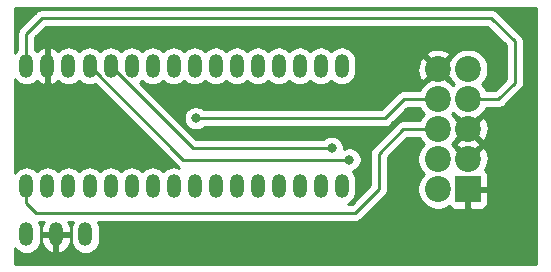
<source format=gbr>
%TF.GenerationSoftware,KiCad,Pcbnew,(5.1.7)-1*%
%TF.CreationDate,2020-11-17T20:53:12-06:00*%
%TF.ProjectId,ST72F264 Programming Interface,53543732-4632-4363-9420-50726f677261,rev?*%
%TF.SameCoordinates,Original*%
%TF.FileFunction,Copper,L1,Top*%
%TF.FilePolarity,Positive*%
%FSLAX46Y46*%
G04 Gerber Fmt 4.6, Leading zero omitted, Abs format (unit mm)*
G04 Created by KiCad (PCBNEW (5.1.7)-1) date 2020-11-17 20:53:12*
%MOMM*%
%LPD*%
G01*
G04 APERTURE LIST*
%TA.AperFunction,ComponentPad*%
%ADD10C,2.200000*%
%TD*%
%TA.AperFunction,ComponentPad*%
%ADD11R,2.200000X2.200000*%
%TD*%
%TA.AperFunction,ComponentPad*%
%ADD12O,1.200000X2.000000*%
%TD*%
%TA.AperFunction,ViaPad*%
%ADD13C,0.800000*%
%TD*%
%TA.AperFunction,Conductor*%
%ADD14C,0.250000*%
%TD*%
%TA.AperFunction,Conductor*%
%ADD15C,0.254000*%
%TD*%
%TA.AperFunction,Conductor*%
%ADD16C,0.100000*%
%TD*%
G04 APERTURE END LIST*
D10*
%TO.P,J1,9*%
%TO.N,OSC*%
X166040000Y-97340000D03*
%TO.P,J1,10*%
%TO.N,GND*%
X163500000Y-97340000D03*
%TO.P,J1,7*%
%TO.N,VDD*%
X166040000Y-99880000D03*
%TO.P,J1,8*%
%TO.N,ICCSEL*%
X163500000Y-99880000D03*
%TO.P,J1,5*%
%TO.N,GND*%
X166040000Y-102420000D03*
%TO.P,J1,6*%
%TO.N,~RESET*%
X163500000Y-102420000D03*
%TO.P,J1,3*%
%TO.N,GND*%
X166040000Y-104960000D03*
%TO.P,J1,4*%
%TO.N,ICCCLK*%
X163500000Y-104960000D03*
D11*
%TO.P,J1,1*%
%TO.N,GND*%
X166040000Y-107500000D03*
D10*
%TO.P,J1,2*%
%TO.N,ICCDATA*%
X163500000Y-107500000D03*
%TD*%
D12*
%TO.P,Y1,3*%
%TO.N,Net-(U1-Pad3)*%
X133660001Y-111340001D03*
%TO.P,Y1,2*%
%TO.N,GND*%
X131160001Y-111340001D03*
%TO.P,Y1,1*%
%TO.N,Net-(JP1-Pad2)*%
X128660001Y-111340001D03*
%TD*%
%TO.P,U1,16*%
%TO.N,N/C*%
X155360001Y-107220001D03*
%TO.P,U1,17*%
X155360001Y-97060001D03*
%TO.P,U1,15*%
X153580001Y-107220001D03*
%TO.P,U1,18*%
X153580001Y-97060001D03*
%TO.P,U1,14*%
X151800001Y-107220001D03*
%TO.P,U1,19*%
X151800001Y-97060001D03*
%TO.P,U1,13*%
X150020001Y-107220001D03*
%TO.P,U1,20*%
X150020001Y-97060001D03*
%TO.P,U1,12*%
X148240001Y-107220001D03*
%TO.P,U1,21*%
X148240001Y-97060001D03*
%TO.P,U1,11*%
X146460001Y-107220001D03*
%TO.P,U1,22*%
X146460001Y-97060001D03*
%TO.P,U1,10*%
X144680001Y-107220001D03*
%TO.P,U1,23*%
X144680001Y-97060001D03*
%TO.P,U1,9*%
X142900001Y-107220001D03*
%TO.P,U1,24*%
X142900001Y-97060001D03*
%TO.P,U1,8*%
X141120001Y-107220001D03*
%TO.P,U1,25*%
X141120001Y-97060001D03*
%TO.P,U1,7*%
X139340001Y-107220001D03*
%TO.P,U1,26*%
X139340001Y-97060001D03*
%TO.P,U1,6*%
X137560001Y-107220001D03*
%TO.P,U1,27*%
X137560001Y-97060001D03*
%TO.P,U1,5*%
X135780001Y-107220001D03*
%TO.P,U1,28*%
%TO.N,ICCDATA*%
X135780001Y-97060001D03*
%TO.P,U1,4*%
%TO.N,N/C*%
X134000001Y-107220001D03*
%TO.P,U1,29*%
%TO.N,ICCCLK*%
X134000001Y-97060001D03*
%TO.P,U1,3*%
%TO.N,Net-(U1-Pad3)*%
X132220001Y-107220001D03*
%TO.P,U1,30*%
%TO.N,ICCSEL*%
X132220001Y-97060001D03*
%TO.P,U1,2*%
%TO.N,Net-(JP1-Pad2)*%
X130440001Y-107220001D03*
%TO.P,U1,31*%
%TO.N,GND*%
X130440001Y-97060001D03*
%TO.P,U1,1*%
%TO.N,~RESET*%
X128660001Y-107220001D03*
%TO.P,U1,32*%
%TO.N,VDD*%
X128660001Y-97060001D03*
%TD*%
D13*
%TO.N,GND*%
X144500000Y-100000000D03*
X150500000Y-100000000D03*
X161000000Y-101000000D03*
X161000000Y-96000000D03*
X160000000Y-106000000D03*
%TO.N,ICCSEL*%
X143000000Y-101500000D03*
%TO.N,ICCCLK*%
X156000000Y-105000000D03*
%TO.N,ICCDATA*%
X154500000Y-104000000D03*
%TD*%
D14*
%TO.N,ICCSEL*%
X143000000Y-101500000D02*
X159000000Y-101500000D01*
X160620000Y-99880000D02*
X163500000Y-99880000D01*
X159000000Y-101500000D02*
X160620000Y-99880000D01*
%TO.N,VDD*%
X128660001Y-94339999D02*
X128660001Y-97060001D01*
X168000000Y-93000000D02*
X130000000Y-93000000D01*
X130000000Y-93000000D02*
X128660001Y-94339999D01*
X170000000Y-95000000D02*
X168000000Y-93000000D01*
X170000000Y-98500000D02*
X170000000Y-95000000D01*
X168620000Y-99880000D02*
X170000000Y-98500000D01*
X166040000Y-99880000D02*
X168620000Y-99880000D01*
%TO.N,~RESET*%
X128660001Y-107220001D02*
X128660001Y-108660001D01*
X128660001Y-108660001D02*
X129500000Y-109500000D01*
X129500000Y-109500000D02*
X156500000Y-109500000D01*
X156500000Y-109500000D02*
X158500000Y-107500000D01*
X158500000Y-107500000D02*
X158500000Y-104500000D01*
X160580000Y-102420000D02*
X163500000Y-102420000D01*
X158500000Y-104500000D02*
X160580000Y-102420000D01*
%TO.N,ICCCLK*%
X134000001Y-97060001D02*
X141940000Y-105000000D01*
X141940000Y-105000000D02*
X156000000Y-105000000D01*
%TO.N,ICCDATA*%
X135780001Y-97060001D02*
X142720000Y-104000000D01*
X142720000Y-104000000D02*
X154500000Y-104000000D01*
%TD*%
D15*
%TO.N,GND*%
X171840000Y-113840000D02*
X127660000Y-113840000D01*
X127660000Y-112468236D01*
X127782500Y-112617503D01*
X127970553Y-112771834D01*
X128185101Y-112886512D01*
X128417900Y-112957131D01*
X128660001Y-112980976D01*
X128902103Y-112957131D01*
X129134902Y-112886512D01*
X129349450Y-112771834D01*
X129537503Y-112617503D01*
X129691834Y-112429450D01*
X129806512Y-112214902D01*
X129877131Y-111982102D01*
X129895001Y-111800665D01*
X129895001Y-111467001D01*
X129925001Y-111467001D01*
X129925001Y-111867001D01*
X129973508Y-112105497D01*
X130067611Y-112329947D01*
X130203694Y-112531726D01*
X130376527Y-112703079D01*
X130579468Y-112837422D01*
X130804719Y-112929592D01*
X130842392Y-112933463D01*
X131033001Y-112808732D01*
X131033001Y-111467001D01*
X131287001Y-111467001D01*
X131287001Y-112808732D01*
X131477610Y-112933463D01*
X131515283Y-112929592D01*
X131740534Y-112837422D01*
X131943475Y-112703079D01*
X132116308Y-112531726D01*
X132252391Y-112329947D01*
X132346494Y-112105497D01*
X132395001Y-111867001D01*
X132395001Y-111467001D01*
X131287001Y-111467001D01*
X131033001Y-111467001D01*
X129925001Y-111467001D01*
X129895001Y-111467001D01*
X129895001Y-110879336D01*
X129877131Y-110697899D01*
X129806512Y-110465100D01*
X129696884Y-110260000D01*
X130128346Y-110260000D01*
X130067611Y-110350055D01*
X129973508Y-110574505D01*
X129925001Y-110813001D01*
X129925001Y-111213001D01*
X131033001Y-111213001D01*
X131033001Y-111193001D01*
X131287001Y-111193001D01*
X131287001Y-111213001D01*
X132395001Y-111213001D01*
X132395001Y-110813001D01*
X132346494Y-110574505D01*
X132252391Y-110350055D01*
X132191656Y-110260000D01*
X132623118Y-110260000D01*
X132513490Y-110465101D01*
X132442871Y-110697900D01*
X132425001Y-110879337D01*
X132425001Y-111800666D01*
X132442871Y-111982103D01*
X132513490Y-112214902D01*
X132628169Y-112429450D01*
X132782500Y-112617503D01*
X132970553Y-112771834D01*
X133185101Y-112886512D01*
X133417900Y-112957131D01*
X133660001Y-112980976D01*
X133902103Y-112957131D01*
X134134902Y-112886512D01*
X134349450Y-112771834D01*
X134537503Y-112617503D01*
X134691834Y-112429450D01*
X134806512Y-112214902D01*
X134877131Y-111982102D01*
X134895001Y-111800665D01*
X134895001Y-110879336D01*
X134877131Y-110697899D01*
X134806512Y-110465100D01*
X134696884Y-110260000D01*
X156462678Y-110260000D01*
X156500000Y-110263676D01*
X156537322Y-110260000D01*
X156537333Y-110260000D01*
X156648986Y-110249003D01*
X156792247Y-110205546D01*
X156924276Y-110134974D01*
X157040001Y-110040001D01*
X157063804Y-110010997D01*
X159011004Y-108063798D01*
X159040001Y-108040001D01*
X159110207Y-107954455D01*
X159134974Y-107924277D01*
X159205546Y-107792247D01*
X159239393Y-107680665D01*
X159249003Y-107648986D01*
X159260000Y-107537333D01*
X159260000Y-107537324D01*
X159263676Y-107500001D01*
X159260000Y-107462678D01*
X159260000Y-104814801D01*
X160894802Y-103180000D01*
X161936852Y-103180000D01*
X161962463Y-103241831D01*
X162152337Y-103525998D01*
X162316339Y-103690000D01*
X162152337Y-103854002D01*
X161962463Y-104138169D01*
X161831675Y-104453919D01*
X161765000Y-104789117D01*
X161765000Y-105130883D01*
X161831675Y-105466081D01*
X161962463Y-105781831D01*
X162152337Y-106065998D01*
X162316339Y-106230000D01*
X162152337Y-106394002D01*
X161962463Y-106678169D01*
X161831675Y-106993919D01*
X161765000Y-107329117D01*
X161765000Y-107670883D01*
X161831675Y-108006081D01*
X161962463Y-108321831D01*
X162152337Y-108605998D01*
X162394002Y-108847663D01*
X162678169Y-109037537D01*
X162993919Y-109168325D01*
X163329117Y-109235000D01*
X163670883Y-109235000D01*
X164006081Y-109168325D01*
X164321831Y-109037537D01*
X164422443Y-108970310D01*
X164488815Y-109051185D01*
X164585506Y-109130537D01*
X164695820Y-109189502D01*
X164815518Y-109225812D01*
X164940000Y-109238072D01*
X165754250Y-109235000D01*
X165913000Y-109076250D01*
X165913000Y-107627000D01*
X166167000Y-107627000D01*
X166167000Y-109076250D01*
X166325750Y-109235000D01*
X167140000Y-109238072D01*
X167264482Y-109225812D01*
X167384180Y-109189502D01*
X167494494Y-109130537D01*
X167591185Y-109051185D01*
X167670537Y-108954494D01*
X167729502Y-108844180D01*
X167765812Y-108724482D01*
X167778072Y-108600000D01*
X167775000Y-107785750D01*
X167616250Y-107627000D01*
X166167000Y-107627000D01*
X165913000Y-107627000D01*
X165893000Y-107627000D01*
X165893000Y-107373000D01*
X165913000Y-107373000D01*
X165913000Y-107353000D01*
X166167000Y-107353000D01*
X166167000Y-107373000D01*
X167616250Y-107373000D01*
X167775000Y-107214250D01*
X167778072Y-106400000D01*
X167765812Y-106275518D01*
X167729502Y-106155820D01*
X167670537Y-106045506D01*
X167591185Y-105948815D01*
X167511267Y-105883228D01*
X167521338Y-105879274D01*
X167672216Y-105572616D01*
X167760369Y-105242415D01*
X167782409Y-104901361D01*
X167737489Y-104562561D01*
X167627336Y-104239034D01*
X167521338Y-104040726D01*
X167246712Y-103932893D01*
X166219605Y-104960000D01*
X166233748Y-104974143D01*
X166054143Y-105153748D01*
X166040000Y-105139605D01*
X166025858Y-105153748D01*
X165846253Y-104974143D01*
X165860395Y-104960000D01*
X165035469Y-104135074D01*
X164847663Y-103854002D01*
X164683661Y-103690000D01*
X164746949Y-103626712D01*
X165012893Y-103626712D01*
X165037743Y-103690000D01*
X165012893Y-103753288D01*
X165094725Y-103835120D01*
X165120726Y-103901338D01*
X165199894Y-103940289D01*
X166040000Y-104780395D01*
X166872877Y-103947518D01*
X166959274Y-103901338D01*
X166985275Y-103835120D01*
X167067107Y-103753288D01*
X167042257Y-103690000D01*
X167067107Y-103626712D01*
X166985275Y-103544880D01*
X166959274Y-103478662D01*
X166880106Y-103439711D01*
X166040000Y-102599605D01*
X165207123Y-103432482D01*
X165120726Y-103478662D01*
X165094725Y-103544880D01*
X165012893Y-103626712D01*
X164746949Y-103626712D01*
X164847663Y-103525998D01*
X165035469Y-103244926D01*
X165860395Y-102420000D01*
X166219605Y-102420000D01*
X167246712Y-103447107D01*
X167521338Y-103339274D01*
X167672216Y-103032616D01*
X167760369Y-102702415D01*
X167782409Y-102361361D01*
X167737489Y-102022561D01*
X167627336Y-101699034D01*
X167521338Y-101500726D01*
X167246712Y-101392893D01*
X166219605Y-102420000D01*
X165860395Y-102420000D01*
X165035469Y-101595074D01*
X164847663Y-101314002D01*
X164683661Y-101150000D01*
X164770000Y-101063661D01*
X164934002Y-101227663D01*
X165215074Y-101415469D01*
X166040000Y-102240395D01*
X166864926Y-101415469D01*
X167145998Y-101227663D01*
X167387663Y-100985998D01*
X167577537Y-100701831D01*
X167603148Y-100640000D01*
X168582678Y-100640000D01*
X168620000Y-100643676D01*
X168657322Y-100640000D01*
X168657333Y-100640000D01*
X168768986Y-100629003D01*
X168912247Y-100585546D01*
X169044276Y-100514974D01*
X169160001Y-100420001D01*
X169183804Y-100390997D01*
X170511004Y-99063798D01*
X170540001Y-99040001D01*
X170634974Y-98924276D01*
X170705546Y-98792247D01*
X170749003Y-98648986D01*
X170760000Y-98537333D01*
X170760000Y-98537325D01*
X170763676Y-98500000D01*
X170760000Y-98462675D01*
X170760000Y-95037322D01*
X170763676Y-94999999D01*
X170760000Y-94962676D01*
X170760000Y-94962667D01*
X170749003Y-94851014D01*
X170705546Y-94707753D01*
X170665186Y-94632245D01*
X170634974Y-94575723D01*
X170563799Y-94488997D01*
X170540001Y-94459999D01*
X170511003Y-94436201D01*
X168563804Y-92489003D01*
X168540001Y-92459999D01*
X168424276Y-92365026D01*
X168292247Y-92294454D01*
X168148986Y-92250997D01*
X168037333Y-92240000D01*
X168037322Y-92240000D01*
X168000000Y-92236324D01*
X167962678Y-92240000D01*
X130037325Y-92240000D01*
X130000000Y-92236324D01*
X129962675Y-92240000D01*
X129962667Y-92240000D01*
X129851014Y-92250997D01*
X129707753Y-92294454D01*
X129575724Y-92365026D01*
X129459999Y-92459999D01*
X129436201Y-92488997D01*
X128149004Y-93776195D01*
X128120000Y-93799998D01*
X128064872Y-93867173D01*
X128025027Y-93915723D01*
X127954456Y-94047752D01*
X127954455Y-94047753D01*
X127910998Y-94191014D01*
X127900001Y-94302667D01*
X127900001Y-94302677D01*
X127896325Y-94339999D01*
X127900001Y-94377322D01*
X127900001Y-95686067D01*
X127782499Y-95782499D01*
X127660000Y-95931765D01*
X127660000Y-92160000D01*
X171840001Y-92160000D01*
X171840000Y-113840000D01*
%TA.AperFunction,Conductor*%
D16*
G36*
X171840000Y-113840000D02*
G01*
X127660000Y-113840000D01*
X127660000Y-112468236D01*
X127782500Y-112617503D01*
X127970553Y-112771834D01*
X128185101Y-112886512D01*
X128417900Y-112957131D01*
X128660001Y-112980976D01*
X128902103Y-112957131D01*
X129134902Y-112886512D01*
X129349450Y-112771834D01*
X129537503Y-112617503D01*
X129691834Y-112429450D01*
X129806512Y-112214902D01*
X129877131Y-111982102D01*
X129895001Y-111800665D01*
X129895001Y-111467001D01*
X129925001Y-111467001D01*
X129925001Y-111867001D01*
X129973508Y-112105497D01*
X130067611Y-112329947D01*
X130203694Y-112531726D01*
X130376527Y-112703079D01*
X130579468Y-112837422D01*
X130804719Y-112929592D01*
X130842392Y-112933463D01*
X131033001Y-112808732D01*
X131033001Y-111467001D01*
X131287001Y-111467001D01*
X131287001Y-112808732D01*
X131477610Y-112933463D01*
X131515283Y-112929592D01*
X131740534Y-112837422D01*
X131943475Y-112703079D01*
X132116308Y-112531726D01*
X132252391Y-112329947D01*
X132346494Y-112105497D01*
X132395001Y-111867001D01*
X132395001Y-111467001D01*
X131287001Y-111467001D01*
X131033001Y-111467001D01*
X129925001Y-111467001D01*
X129895001Y-111467001D01*
X129895001Y-110879336D01*
X129877131Y-110697899D01*
X129806512Y-110465100D01*
X129696884Y-110260000D01*
X130128346Y-110260000D01*
X130067611Y-110350055D01*
X129973508Y-110574505D01*
X129925001Y-110813001D01*
X129925001Y-111213001D01*
X131033001Y-111213001D01*
X131033001Y-111193001D01*
X131287001Y-111193001D01*
X131287001Y-111213001D01*
X132395001Y-111213001D01*
X132395001Y-110813001D01*
X132346494Y-110574505D01*
X132252391Y-110350055D01*
X132191656Y-110260000D01*
X132623118Y-110260000D01*
X132513490Y-110465101D01*
X132442871Y-110697900D01*
X132425001Y-110879337D01*
X132425001Y-111800666D01*
X132442871Y-111982103D01*
X132513490Y-112214902D01*
X132628169Y-112429450D01*
X132782500Y-112617503D01*
X132970553Y-112771834D01*
X133185101Y-112886512D01*
X133417900Y-112957131D01*
X133660001Y-112980976D01*
X133902103Y-112957131D01*
X134134902Y-112886512D01*
X134349450Y-112771834D01*
X134537503Y-112617503D01*
X134691834Y-112429450D01*
X134806512Y-112214902D01*
X134877131Y-111982102D01*
X134895001Y-111800665D01*
X134895001Y-110879336D01*
X134877131Y-110697899D01*
X134806512Y-110465100D01*
X134696884Y-110260000D01*
X156462678Y-110260000D01*
X156500000Y-110263676D01*
X156537322Y-110260000D01*
X156537333Y-110260000D01*
X156648986Y-110249003D01*
X156792247Y-110205546D01*
X156924276Y-110134974D01*
X157040001Y-110040001D01*
X157063804Y-110010997D01*
X159011004Y-108063798D01*
X159040001Y-108040001D01*
X159110207Y-107954455D01*
X159134974Y-107924277D01*
X159205546Y-107792247D01*
X159239393Y-107680665D01*
X159249003Y-107648986D01*
X159260000Y-107537333D01*
X159260000Y-107537324D01*
X159263676Y-107500001D01*
X159260000Y-107462678D01*
X159260000Y-104814801D01*
X160894802Y-103180000D01*
X161936852Y-103180000D01*
X161962463Y-103241831D01*
X162152337Y-103525998D01*
X162316339Y-103690000D01*
X162152337Y-103854002D01*
X161962463Y-104138169D01*
X161831675Y-104453919D01*
X161765000Y-104789117D01*
X161765000Y-105130883D01*
X161831675Y-105466081D01*
X161962463Y-105781831D01*
X162152337Y-106065998D01*
X162316339Y-106230000D01*
X162152337Y-106394002D01*
X161962463Y-106678169D01*
X161831675Y-106993919D01*
X161765000Y-107329117D01*
X161765000Y-107670883D01*
X161831675Y-108006081D01*
X161962463Y-108321831D01*
X162152337Y-108605998D01*
X162394002Y-108847663D01*
X162678169Y-109037537D01*
X162993919Y-109168325D01*
X163329117Y-109235000D01*
X163670883Y-109235000D01*
X164006081Y-109168325D01*
X164321831Y-109037537D01*
X164422443Y-108970310D01*
X164488815Y-109051185D01*
X164585506Y-109130537D01*
X164695820Y-109189502D01*
X164815518Y-109225812D01*
X164940000Y-109238072D01*
X165754250Y-109235000D01*
X165913000Y-109076250D01*
X165913000Y-107627000D01*
X166167000Y-107627000D01*
X166167000Y-109076250D01*
X166325750Y-109235000D01*
X167140000Y-109238072D01*
X167264482Y-109225812D01*
X167384180Y-109189502D01*
X167494494Y-109130537D01*
X167591185Y-109051185D01*
X167670537Y-108954494D01*
X167729502Y-108844180D01*
X167765812Y-108724482D01*
X167778072Y-108600000D01*
X167775000Y-107785750D01*
X167616250Y-107627000D01*
X166167000Y-107627000D01*
X165913000Y-107627000D01*
X165893000Y-107627000D01*
X165893000Y-107373000D01*
X165913000Y-107373000D01*
X165913000Y-107353000D01*
X166167000Y-107353000D01*
X166167000Y-107373000D01*
X167616250Y-107373000D01*
X167775000Y-107214250D01*
X167778072Y-106400000D01*
X167765812Y-106275518D01*
X167729502Y-106155820D01*
X167670537Y-106045506D01*
X167591185Y-105948815D01*
X167511267Y-105883228D01*
X167521338Y-105879274D01*
X167672216Y-105572616D01*
X167760369Y-105242415D01*
X167782409Y-104901361D01*
X167737489Y-104562561D01*
X167627336Y-104239034D01*
X167521338Y-104040726D01*
X167246712Y-103932893D01*
X166219605Y-104960000D01*
X166233748Y-104974143D01*
X166054143Y-105153748D01*
X166040000Y-105139605D01*
X166025858Y-105153748D01*
X165846253Y-104974143D01*
X165860395Y-104960000D01*
X165035469Y-104135074D01*
X164847663Y-103854002D01*
X164683661Y-103690000D01*
X164746949Y-103626712D01*
X165012893Y-103626712D01*
X165037743Y-103690000D01*
X165012893Y-103753288D01*
X165094725Y-103835120D01*
X165120726Y-103901338D01*
X165199894Y-103940289D01*
X166040000Y-104780395D01*
X166872877Y-103947518D01*
X166959274Y-103901338D01*
X166985275Y-103835120D01*
X167067107Y-103753288D01*
X167042257Y-103690000D01*
X167067107Y-103626712D01*
X166985275Y-103544880D01*
X166959274Y-103478662D01*
X166880106Y-103439711D01*
X166040000Y-102599605D01*
X165207123Y-103432482D01*
X165120726Y-103478662D01*
X165094725Y-103544880D01*
X165012893Y-103626712D01*
X164746949Y-103626712D01*
X164847663Y-103525998D01*
X165035469Y-103244926D01*
X165860395Y-102420000D01*
X166219605Y-102420000D01*
X167246712Y-103447107D01*
X167521338Y-103339274D01*
X167672216Y-103032616D01*
X167760369Y-102702415D01*
X167782409Y-102361361D01*
X167737489Y-102022561D01*
X167627336Y-101699034D01*
X167521338Y-101500726D01*
X167246712Y-101392893D01*
X166219605Y-102420000D01*
X165860395Y-102420000D01*
X165035469Y-101595074D01*
X164847663Y-101314002D01*
X164683661Y-101150000D01*
X164770000Y-101063661D01*
X164934002Y-101227663D01*
X165215074Y-101415469D01*
X166040000Y-102240395D01*
X166864926Y-101415469D01*
X167145998Y-101227663D01*
X167387663Y-100985998D01*
X167577537Y-100701831D01*
X167603148Y-100640000D01*
X168582678Y-100640000D01*
X168620000Y-100643676D01*
X168657322Y-100640000D01*
X168657333Y-100640000D01*
X168768986Y-100629003D01*
X168912247Y-100585546D01*
X169044276Y-100514974D01*
X169160001Y-100420001D01*
X169183804Y-100390997D01*
X170511004Y-99063798D01*
X170540001Y-99040001D01*
X170634974Y-98924276D01*
X170705546Y-98792247D01*
X170749003Y-98648986D01*
X170760000Y-98537333D01*
X170760000Y-98537325D01*
X170763676Y-98500000D01*
X170760000Y-98462675D01*
X170760000Y-95037322D01*
X170763676Y-94999999D01*
X170760000Y-94962676D01*
X170760000Y-94962667D01*
X170749003Y-94851014D01*
X170705546Y-94707753D01*
X170665186Y-94632245D01*
X170634974Y-94575723D01*
X170563799Y-94488997D01*
X170540001Y-94459999D01*
X170511003Y-94436201D01*
X168563804Y-92489003D01*
X168540001Y-92459999D01*
X168424276Y-92365026D01*
X168292247Y-92294454D01*
X168148986Y-92250997D01*
X168037333Y-92240000D01*
X168037322Y-92240000D01*
X168000000Y-92236324D01*
X167962678Y-92240000D01*
X130037325Y-92240000D01*
X130000000Y-92236324D01*
X129962675Y-92240000D01*
X129962667Y-92240000D01*
X129851014Y-92250997D01*
X129707753Y-92294454D01*
X129575724Y-92365026D01*
X129459999Y-92459999D01*
X129436201Y-92488997D01*
X128149004Y-93776195D01*
X128120000Y-93799998D01*
X128064872Y-93867173D01*
X128025027Y-93915723D01*
X127954456Y-94047752D01*
X127954455Y-94047753D01*
X127910998Y-94191014D01*
X127900001Y-94302667D01*
X127900001Y-94302677D01*
X127896325Y-94339999D01*
X127900001Y-94377322D01*
X127900001Y-95686067D01*
X127782499Y-95782499D01*
X127660000Y-95931765D01*
X127660000Y-92160000D01*
X171840001Y-92160000D01*
X171840000Y-113840000D01*
G37*
%TD.AperFunction*%
D15*
X169240001Y-95314803D02*
X169240000Y-98185198D01*
X168305199Y-99120000D01*
X167603148Y-99120000D01*
X167577537Y-99058169D01*
X167387663Y-98774002D01*
X167223661Y-98610000D01*
X167387663Y-98445998D01*
X167577537Y-98161831D01*
X167708325Y-97846081D01*
X167775000Y-97510883D01*
X167775000Y-97169117D01*
X167708325Y-96833919D01*
X167577537Y-96518169D01*
X167387663Y-96234002D01*
X167145998Y-95992337D01*
X166861831Y-95802463D01*
X166546081Y-95671675D01*
X166210883Y-95605000D01*
X165869117Y-95605000D01*
X165533919Y-95671675D01*
X165218169Y-95802463D01*
X164934002Y-95992337D01*
X164692337Y-96234002D01*
X164504531Y-96515074D01*
X163679605Y-97340000D01*
X164504531Y-98164926D01*
X164692337Y-98445998D01*
X164856339Y-98610000D01*
X164770000Y-98696339D01*
X164605998Y-98532337D01*
X164324926Y-98344531D01*
X163500000Y-97519605D01*
X162675074Y-98344531D01*
X162394002Y-98532337D01*
X162152337Y-98774002D01*
X161962463Y-99058169D01*
X161936852Y-99120000D01*
X160657323Y-99120000D01*
X160620000Y-99116324D01*
X160582677Y-99120000D01*
X160582667Y-99120000D01*
X160471014Y-99130997D01*
X160327753Y-99174454D01*
X160195723Y-99245026D01*
X160112083Y-99313668D01*
X160079999Y-99339999D01*
X160056201Y-99368997D01*
X158685199Y-100740000D01*
X143703711Y-100740000D01*
X143659774Y-100696063D01*
X143490256Y-100582795D01*
X143301898Y-100504774D01*
X143101939Y-100465000D01*
X142898061Y-100465000D01*
X142698102Y-100504774D01*
X142509744Y-100582795D01*
X142340226Y-100696063D01*
X142196063Y-100840226D01*
X142082795Y-101009744D01*
X142004774Y-101198102D01*
X141965000Y-101398061D01*
X141965000Y-101601939D01*
X142004774Y-101801898D01*
X142082795Y-101990256D01*
X142196063Y-102159774D01*
X142340226Y-102303937D01*
X142509744Y-102417205D01*
X142698102Y-102495226D01*
X142898061Y-102535000D01*
X143101939Y-102535000D01*
X143301898Y-102495226D01*
X143490256Y-102417205D01*
X143659774Y-102303937D01*
X143703711Y-102260000D01*
X158962678Y-102260000D01*
X159000000Y-102263676D01*
X159037322Y-102260000D01*
X159037333Y-102260000D01*
X159148986Y-102249003D01*
X159292247Y-102205546D01*
X159424276Y-102134974D01*
X159540001Y-102040001D01*
X159563804Y-102010997D01*
X160934802Y-100640000D01*
X161936852Y-100640000D01*
X161962463Y-100701831D01*
X162152337Y-100985998D01*
X162316339Y-101150000D01*
X162152337Y-101314002D01*
X161962463Y-101598169D01*
X161936852Y-101660000D01*
X160617322Y-101660000D01*
X160579999Y-101656324D01*
X160542676Y-101660000D01*
X160542667Y-101660000D01*
X160431014Y-101670997D01*
X160287753Y-101714454D01*
X160155724Y-101785026D01*
X160039999Y-101879999D01*
X160016201Y-101908997D01*
X157988998Y-103936201D01*
X157960000Y-103959999D01*
X157936202Y-103988997D01*
X157936201Y-103988998D01*
X157865026Y-104075724D01*
X157794454Y-104207754D01*
X157784966Y-104239034D01*
X157754271Y-104340226D01*
X157750998Y-104351015D01*
X157736324Y-104500000D01*
X157740001Y-104537332D01*
X157740000Y-107185198D01*
X156185199Y-108740000D01*
X155884503Y-108740000D01*
X156049450Y-108651834D01*
X156237503Y-108497503D01*
X156391834Y-108309450D01*
X156506512Y-108094902D01*
X156577131Y-107862102D01*
X156595001Y-107680665D01*
X156595001Y-106759336D01*
X156577131Y-106577899D01*
X156506512Y-106345100D01*
X156391834Y-106130552D01*
X156283739Y-105998838D01*
X156301898Y-105995226D01*
X156490256Y-105917205D01*
X156659774Y-105803937D01*
X156803937Y-105659774D01*
X156917205Y-105490256D01*
X156995226Y-105301898D01*
X157035000Y-105101939D01*
X157035000Y-104898061D01*
X156995226Y-104698102D01*
X156917205Y-104509744D01*
X156803937Y-104340226D01*
X156659774Y-104196063D01*
X156490256Y-104082795D01*
X156301898Y-104004774D01*
X156101939Y-103965000D01*
X155898061Y-103965000D01*
X155698102Y-104004774D01*
X155535000Y-104072334D01*
X155535000Y-103898061D01*
X155495226Y-103698102D01*
X155417205Y-103509744D01*
X155303937Y-103340226D01*
X155159774Y-103196063D01*
X154990256Y-103082795D01*
X154801898Y-103004774D01*
X154601939Y-102965000D01*
X154398061Y-102965000D01*
X154198102Y-103004774D01*
X154009744Y-103082795D01*
X153840226Y-103196063D01*
X153796289Y-103240000D01*
X143034802Y-103240000D01*
X138269874Y-98475073D01*
X138437503Y-98337503D01*
X138450002Y-98322274D01*
X138462500Y-98337503D01*
X138650553Y-98491834D01*
X138865101Y-98606512D01*
X139097900Y-98677131D01*
X139340001Y-98700976D01*
X139582103Y-98677131D01*
X139814902Y-98606512D01*
X140029450Y-98491834D01*
X140217503Y-98337503D01*
X140230002Y-98322274D01*
X140242500Y-98337503D01*
X140430553Y-98491834D01*
X140645101Y-98606512D01*
X140877900Y-98677131D01*
X141120001Y-98700976D01*
X141362103Y-98677131D01*
X141594902Y-98606512D01*
X141809450Y-98491834D01*
X141997503Y-98337503D01*
X142010002Y-98322274D01*
X142022500Y-98337503D01*
X142210553Y-98491834D01*
X142425101Y-98606512D01*
X142657900Y-98677131D01*
X142900001Y-98700976D01*
X143142103Y-98677131D01*
X143374902Y-98606512D01*
X143589450Y-98491834D01*
X143777503Y-98337503D01*
X143790002Y-98322274D01*
X143802500Y-98337503D01*
X143990553Y-98491834D01*
X144205101Y-98606512D01*
X144437900Y-98677131D01*
X144680001Y-98700976D01*
X144922103Y-98677131D01*
X145154902Y-98606512D01*
X145369450Y-98491834D01*
X145557503Y-98337503D01*
X145570002Y-98322274D01*
X145582500Y-98337503D01*
X145770553Y-98491834D01*
X145985101Y-98606512D01*
X146217900Y-98677131D01*
X146460001Y-98700976D01*
X146702103Y-98677131D01*
X146934902Y-98606512D01*
X147149450Y-98491834D01*
X147337503Y-98337503D01*
X147350002Y-98322274D01*
X147362500Y-98337503D01*
X147550553Y-98491834D01*
X147765101Y-98606512D01*
X147997900Y-98677131D01*
X148240001Y-98700976D01*
X148482103Y-98677131D01*
X148714902Y-98606512D01*
X148929450Y-98491834D01*
X149117503Y-98337503D01*
X149130002Y-98322274D01*
X149142500Y-98337503D01*
X149330553Y-98491834D01*
X149545101Y-98606512D01*
X149777900Y-98677131D01*
X150020001Y-98700976D01*
X150262103Y-98677131D01*
X150494902Y-98606512D01*
X150709450Y-98491834D01*
X150897503Y-98337503D01*
X150910002Y-98322274D01*
X150922500Y-98337503D01*
X151110553Y-98491834D01*
X151325101Y-98606512D01*
X151557900Y-98677131D01*
X151800001Y-98700976D01*
X152042103Y-98677131D01*
X152274902Y-98606512D01*
X152489450Y-98491834D01*
X152677503Y-98337503D01*
X152690002Y-98322274D01*
X152702500Y-98337503D01*
X152890553Y-98491834D01*
X153105101Y-98606512D01*
X153337900Y-98677131D01*
X153580001Y-98700976D01*
X153822103Y-98677131D01*
X154054902Y-98606512D01*
X154269450Y-98491834D01*
X154457503Y-98337503D01*
X154470002Y-98322274D01*
X154482500Y-98337503D01*
X154670553Y-98491834D01*
X154885101Y-98606512D01*
X155117900Y-98677131D01*
X155360001Y-98700976D01*
X155602103Y-98677131D01*
X155834902Y-98606512D01*
X156049450Y-98491834D01*
X156237503Y-98337503D01*
X156391834Y-98149450D01*
X156506512Y-97934902D01*
X156577131Y-97702102D01*
X156595001Y-97520665D01*
X156595001Y-97398639D01*
X161757591Y-97398639D01*
X161802511Y-97737439D01*
X161912664Y-98060966D01*
X162018662Y-98259274D01*
X162293288Y-98367107D01*
X163320395Y-97340000D01*
X162293288Y-96312893D01*
X162018662Y-96420726D01*
X161867784Y-96727384D01*
X161779631Y-97057585D01*
X161757591Y-97398639D01*
X156595001Y-97398639D01*
X156595001Y-96599336D01*
X156577131Y-96417899D01*
X156506512Y-96185100D01*
X156478818Y-96133288D01*
X162472893Y-96133288D01*
X163500000Y-97160395D01*
X164527107Y-96133288D01*
X164419274Y-95858662D01*
X164112616Y-95707784D01*
X163782415Y-95619631D01*
X163441361Y-95597591D01*
X163102561Y-95642511D01*
X162779034Y-95752664D01*
X162580726Y-95858662D01*
X162472893Y-96133288D01*
X156478818Y-96133288D01*
X156391834Y-95970552D01*
X156237503Y-95782499D01*
X156049449Y-95628168D01*
X155834901Y-95513490D01*
X155602102Y-95442871D01*
X155360001Y-95419026D01*
X155117899Y-95442871D01*
X154885100Y-95513490D01*
X154670552Y-95628168D01*
X154482499Y-95782499D01*
X154470001Y-95797728D01*
X154457503Y-95782499D01*
X154269449Y-95628168D01*
X154054901Y-95513490D01*
X153822102Y-95442871D01*
X153580001Y-95419026D01*
X153337899Y-95442871D01*
X153105100Y-95513490D01*
X152890552Y-95628168D01*
X152702499Y-95782499D01*
X152690001Y-95797728D01*
X152677503Y-95782499D01*
X152489449Y-95628168D01*
X152274901Y-95513490D01*
X152042102Y-95442871D01*
X151800001Y-95419026D01*
X151557899Y-95442871D01*
X151325100Y-95513490D01*
X151110552Y-95628168D01*
X150922499Y-95782499D01*
X150910001Y-95797728D01*
X150897503Y-95782499D01*
X150709449Y-95628168D01*
X150494901Y-95513490D01*
X150262102Y-95442871D01*
X150020001Y-95419026D01*
X149777899Y-95442871D01*
X149545100Y-95513490D01*
X149330552Y-95628168D01*
X149142499Y-95782499D01*
X149130001Y-95797728D01*
X149117503Y-95782499D01*
X148929449Y-95628168D01*
X148714901Y-95513490D01*
X148482102Y-95442871D01*
X148240001Y-95419026D01*
X147997899Y-95442871D01*
X147765100Y-95513490D01*
X147550552Y-95628168D01*
X147362499Y-95782499D01*
X147350001Y-95797728D01*
X147337503Y-95782499D01*
X147149449Y-95628168D01*
X146934901Y-95513490D01*
X146702102Y-95442871D01*
X146460001Y-95419026D01*
X146217899Y-95442871D01*
X145985100Y-95513490D01*
X145770552Y-95628168D01*
X145582499Y-95782499D01*
X145570001Y-95797728D01*
X145557503Y-95782499D01*
X145369449Y-95628168D01*
X145154901Y-95513490D01*
X144922102Y-95442871D01*
X144680001Y-95419026D01*
X144437899Y-95442871D01*
X144205100Y-95513490D01*
X143990552Y-95628168D01*
X143802499Y-95782499D01*
X143790001Y-95797728D01*
X143777503Y-95782499D01*
X143589449Y-95628168D01*
X143374901Y-95513490D01*
X143142102Y-95442871D01*
X142900001Y-95419026D01*
X142657899Y-95442871D01*
X142425100Y-95513490D01*
X142210552Y-95628168D01*
X142022499Y-95782499D01*
X142010001Y-95797728D01*
X141997503Y-95782499D01*
X141809449Y-95628168D01*
X141594901Y-95513490D01*
X141362102Y-95442871D01*
X141120001Y-95419026D01*
X140877899Y-95442871D01*
X140645100Y-95513490D01*
X140430552Y-95628168D01*
X140242499Y-95782499D01*
X140230001Y-95797728D01*
X140217503Y-95782499D01*
X140029449Y-95628168D01*
X139814901Y-95513490D01*
X139582102Y-95442871D01*
X139340001Y-95419026D01*
X139097899Y-95442871D01*
X138865100Y-95513490D01*
X138650552Y-95628168D01*
X138462499Y-95782499D01*
X138450001Y-95797728D01*
X138437503Y-95782499D01*
X138249449Y-95628168D01*
X138034901Y-95513490D01*
X137802102Y-95442871D01*
X137560001Y-95419026D01*
X137317899Y-95442871D01*
X137085100Y-95513490D01*
X136870552Y-95628168D01*
X136682499Y-95782499D01*
X136670001Y-95797728D01*
X136657503Y-95782499D01*
X136469449Y-95628168D01*
X136254901Y-95513490D01*
X136022102Y-95442871D01*
X135780001Y-95419026D01*
X135537899Y-95442871D01*
X135305100Y-95513490D01*
X135090552Y-95628168D01*
X134902499Y-95782499D01*
X134890001Y-95797728D01*
X134877503Y-95782499D01*
X134689449Y-95628168D01*
X134474901Y-95513490D01*
X134242102Y-95442871D01*
X134000001Y-95419026D01*
X133757899Y-95442871D01*
X133525100Y-95513490D01*
X133310552Y-95628168D01*
X133122499Y-95782499D01*
X133110001Y-95797728D01*
X133097503Y-95782499D01*
X132909449Y-95628168D01*
X132694901Y-95513490D01*
X132462102Y-95442871D01*
X132220001Y-95419026D01*
X131977899Y-95442871D01*
X131745100Y-95513490D01*
X131530552Y-95628168D01*
X131342499Y-95782499D01*
X131327825Y-95800379D01*
X131223475Y-95696923D01*
X131020534Y-95562580D01*
X130795283Y-95470410D01*
X130757610Y-95466539D01*
X130567001Y-95591270D01*
X130567001Y-96933001D01*
X130587001Y-96933001D01*
X130587001Y-97187001D01*
X130567001Y-97187001D01*
X130567001Y-98528732D01*
X130757610Y-98653463D01*
X130795283Y-98649592D01*
X131020534Y-98557422D01*
X131223475Y-98423079D01*
X131327826Y-98319622D01*
X131342500Y-98337503D01*
X131530553Y-98491834D01*
X131745101Y-98606512D01*
X131977900Y-98677131D01*
X132220001Y-98700976D01*
X132462103Y-98677131D01*
X132694902Y-98606512D01*
X132909450Y-98491834D01*
X133097503Y-98337503D01*
X133110002Y-98322274D01*
X133122500Y-98337503D01*
X133310553Y-98491834D01*
X133525101Y-98606512D01*
X133757900Y-98677131D01*
X134000001Y-98700976D01*
X134242103Y-98677131D01*
X134472454Y-98607255D01*
X141376201Y-105511003D01*
X141399999Y-105540001D01*
X141515724Y-105634974D01*
X141578439Y-105668496D01*
X141362102Y-105602871D01*
X141120001Y-105579026D01*
X140877899Y-105602871D01*
X140645100Y-105673490D01*
X140430552Y-105788168D01*
X140242499Y-105942499D01*
X140230001Y-105957728D01*
X140217503Y-105942499D01*
X140029449Y-105788168D01*
X139814901Y-105673490D01*
X139582102Y-105602871D01*
X139340001Y-105579026D01*
X139097899Y-105602871D01*
X138865100Y-105673490D01*
X138650552Y-105788168D01*
X138462499Y-105942499D01*
X138450001Y-105957728D01*
X138437503Y-105942499D01*
X138249449Y-105788168D01*
X138034901Y-105673490D01*
X137802102Y-105602871D01*
X137560001Y-105579026D01*
X137317899Y-105602871D01*
X137085100Y-105673490D01*
X136870552Y-105788168D01*
X136682499Y-105942499D01*
X136670001Y-105957728D01*
X136657503Y-105942499D01*
X136469449Y-105788168D01*
X136254901Y-105673490D01*
X136022102Y-105602871D01*
X135780001Y-105579026D01*
X135537899Y-105602871D01*
X135305100Y-105673490D01*
X135090552Y-105788168D01*
X134902499Y-105942499D01*
X134890001Y-105957728D01*
X134877503Y-105942499D01*
X134689449Y-105788168D01*
X134474901Y-105673490D01*
X134242102Y-105602871D01*
X134000001Y-105579026D01*
X133757899Y-105602871D01*
X133525100Y-105673490D01*
X133310552Y-105788168D01*
X133122499Y-105942499D01*
X133110001Y-105957728D01*
X133097503Y-105942499D01*
X132909449Y-105788168D01*
X132694901Y-105673490D01*
X132462102Y-105602871D01*
X132220001Y-105579026D01*
X131977899Y-105602871D01*
X131745100Y-105673490D01*
X131530552Y-105788168D01*
X131342499Y-105942499D01*
X131330001Y-105957728D01*
X131317503Y-105942499D01*
X131129449Y-105788168D01*
X130914901Y-105673490D01*
X130682102Y-105602871D01*
X130440001Y-105579026D01*
X130197899Y-105602871D01*
X129965100Y-105673490D01*
X129750552Y-105788168D01*
X129562499Y-105942499D01*
X129550001Y-105957728D01*
X129537503Y-105942499D01*
X129349449Y-105788168D01*
X129134901Y-105673490D01*
X128902102Y-105602871D01*
X128660001Y-105579026D01*
X128417899Y-105602871D01*
X128185100Y-105673490D01*
X127970552Y-105788168D01*
X127782499Y-105942499D01*
X127660000Y-106091765D01*
X127660000Y-98188236D01*
X127782500Y-98337503D01*
X127970553Y-98491834D01*
X128185101Y-98606512D01*
X128417900Y-98677131D01*
X128660001Y-98700976D01*
X128902103Y-98677131D01*
X129134902Y-98606512D01*
X129349450Y-98491834D01*
X129537503Y-98337503D01*
X129552177Y-98319623D01*
X129656527Y-98423079D01*
X129859468Y-98557422D01*
X130084719Y-98649592D01*
X130122392Y-98653463D01*
X130313001Y-98528732D01*
X130313001Y-97187001D01*
X130293001Y-97187001D01*
X130293001Y-96933001D01*
X130313001Y-96933001D01*
X130313001Y-95591270D01*
X130122392Y-95466539D01*
X130084719Y-95470410D01*
X129859468Y-95562580D01*
X129656527Y-95696923D01*
X129552177Y-95800379D01*
X129537503Y-95782499D01*
X129420001Y-95686068D01*
X129420001Y-94654800D01*
X130314802Y-93760000D01*
X167685199Y-93760000D01*
X169240001Y-95314803D01*
%TA.AperFunction,Conductor*%
D16*
G36*
X169240001Y-95314803D02*
G01*
X169240000Y-98185198D01*
X168305199Y-99120000D01*
X167603148Y-99120000D01*
X167577537Y-99058169D01*
X167387663Y-98774002D01*
X167223661Y-98610000D01*
X167387663Y-98445998D01*
X167577537Y-98161831D01*
X167708325Y-97846081D01*
X167775000Y-97510883D01*
X167775000Y-97169117D01*
X167708325Y-96833919D01*
X167577537Y-96518169D01*
X167387663Y-96234002D01*
X167145998Y-95992337D01*
X166861831Y-95802463D01*
X166546081Y-95671675D01*
X166210883Y-95605000D01*
X165869117Y-95605000D01*
X165533919Y-95671675D01*
X165218169Y-95802463D01*
X164934002Y-95992337D01*
X164692337Y-96234002D01*
X164504531Y-96515074D01*
X163679605Y-97340000D01*
X164504531Y-98164926D01*
X164692337Y-98445998D01*
X164856339Y-98610000D01*
X164770000Y-98696339D01*
X164605998Y-98532337D01*
X164324926Y-98344531D01*
X163500000Y-97519605D01*
X162675074Y-98344531D01*
X162394002Y-98532337D01*
X162152337Y-98774002D01*
X161962463Y-99058169D01*
X161936852Y-99120000D01*
X160657323Y-99120000D01*
X160620000Y-99116324D01*
X160582677Y-99120000D01*
X160582667Y-99120000D01*
X160471014Y-99130997D01*
X160327753Y-99174454D01*
X160195723Y-99245026D01*
X160112083Y-99313668D01*
X160079999Y-99339999D01*
X160056201Y-99368997D01*
X158685199Y-100740000D01*
X143703711Y-100740000D01*
X143659774Y-100696063D01*
X143490256Y-100582795D01*
X143301898Y-100504774D01*
X143101939Y-100465000D01*
X142898061Y-100465000D01*
X142698102Y-100504774D01*
X142509744Y-100582795D01*
X142340226Y-100696063D01*
X142196063Y-100840226D01*
X142082795Y-101009744D01*
X142004774Y-101198102D01*
X141965000Y-101398061D01*
X141965000Y-101601939D01*
X142004774Y-101801898D01*
X142082795Y-101990256D01*
X142196063Y-102159774D01*
X142340226Y-102303937D01*
X142509744Y-102417205D01*
X142698102Y-102495226D01*
X142898061Y-102535000D01*
X143101939Y-102535000D01*
X143301898Y-102495226D01*
X143490256Y-102417205D01*
X143659774Y-102303937D01*
X143703711Y-102260000D01*
X158962678Y-102260000D01*
X159000000Y-102263676D01*
X159037322Y-102260000D01*
X159037333Y-102260000D01*
X159148986Y-102249003D01*
X159292247Y-102205546D01*
X159424276Y-102134974D01*
X159540001Y-102040001D01*
X159563804Y-102010997D01*
X160934802Y-100640000D01*
X161936852Y-100640000D01*
X161962463Y-100701831D01*
X162152337Y-100985998D01*
X162316339Y-101150000D01*
X162152337Y-101314002D01*
X161962463Y-101598169D01*
X161936852Y-101660000D01*
X160617322Y-101660000D01*
X160579999Y-101656324D01*
X160542676Y-101660000D01*
X160542667Y-101660000D01*
X160431014Y-101670997D01*
X160287753Y-101714454D01*
X160155724Y-101785026D01*
X160039999Y-101879999D01*
X160016201Y-101908997D01*
X157988998Y-103936201D01*
X157960000Y-103959999D01*
X157936202Y-103988997D01*
X157936201Y-103988998D01*
X157865026Y-104075724D01*
X157794454Y-104207754D01*
X157784966Y-104239034D01*
X157754271Y-104340226D01*
X157750998Y-104351015D01*
X157736324Y-104500000D01*
X157740001Y-104537332D01*
X157740000Y-107185198D01*
X156185199Y-108740000D01*
X155884503Y-108740000D01*
X156049450Y-108651834D01*
X156237503Y-108497503D01*
X156391834Y-108309450D01*
X156506512Y-108094902D01*
X156577131Y-107862102D01*
X156595001Y-107680665D01*
X156595001Y-106759336D01*
X156577131Y-106577899D01*
X156506512Y-106345100D01*
X156391834Y-106130552D01*
X156283739Y-105998838D01*
X156301898Y-105995226D01*
X156490256Y-105917205D01*
X156659774Y-105803937D01*
X156803937Y-105659774D01*
X156917205Y-105490256D01*
X156995226Y-105301898D01*
X157035000Y-105101939D01*
X157035000Y-104898061D01*
X156995226Y-104698102D01*
X156917205Y-104509744D01*
X156803937Y-104340226D01*
X156659774Y-104196063D01*
X156490256Y-104082795D01*
X156301898Y-104004774D01*
X156101939Y-103965000D01*
X155898061Y-103965000D01*
X155698102Y-104004774D01*
X155535000Y-104072334D01*
X155535000Y-103898061D01*
X155495226Y-103698102D01*
X155417205Y-103509744D01*
X155303937Y-103340226D01*
X155159774Y-103196063D01*
X154990256Y-103082795D01*
X154801898Y-103004774D01*
X154601939Y-102965000D01*
X154398061Y-102965000D01*
X154198102Y-103004774D01*
X154009744Y-103082795D01*
X153840226Y-103196063D01*
X153796289Y-103240000D01*
X143034802Y-103240000D01*
X138269874Y-98475073D01*
X138437503Y-98337503D01*
X138450002Y-98322274D01*
X138462500Y-98337503D01*
X138650553Y-98491834D01*
X138865101Y-98606512D01*
X139097900Y-98677131D01*
X139340001Y-98700976D01*
X139582103Y-98677131D01*
X139814902Y-98606512D01*
X140029450Y-98491834D01*
X140217503Y-98337503D01*
X140230002Y-98322274D01*
X140242500Y-98337503D01*
X140430553Y-98491834D01*
X140645101Y-98606512D01*
X140877900Y-98677131D01*
X141120001Y-98700976D01*
X141362103Y-98677131D01*
X141594902Y-98606512D01*
X141809450Y-98491834D01*
X141997503Y-98337503D01*
X142010002Y-98322274D01*
X142022500Y-98337503D01*
X142210553Y-98491834D01*
X142425101Y-98606512D01*
X142657900Y-98677131D01*
X142900001Y-98700976D01*
X143142103Y-98677131D01*
X143374902Y-98606512D01*
X143589450Y-98491834D01*
X143777503Y-98337503D01*
X143790002Y-98322274D01*
X143802500Y-98337503D01*
X143990553Y-98491834D01*
X144205101Y-98606512D01*
X144437900Y-98677131D01*
X144680001Y-98700976D01*
X144922103Y-98677131D01*
X145154902Y-98606512D01*
X145369450Y-98491834D01*
X145557503Y-98337503D01*
X145570002Y-98322274D01*
X145582500Y-98337503D01*
X145770553Y-98491834D01*
X145985101Y-98606512D01*
X146217900Y-98677131D01*
X146460001Y-98700976D01*
X146702103Y-98677131D01*
X146934902Y-98606512D01*
X147149450Y-98491834D01*
X147337503Y-98337503D01*
X147350002Y-98322274D01*
X147362500Y-98337503D01*
X147550553Y-98491834D01*
X147765101Y-98606512D01*
X147997900Y-98677131D01*
X148240001Y-98700976D01*
X148482103Y-98677131D01*
X148714902Y-98606512D01*
X148929450Y-98491834D01*
X149117503Y-98337503D01*
X149130002Y-98322274D01*
X149142500Y-98337503D01*
X149330553Y-98491834D01*
X149545101Y-98606512D01*
X149777900Y-98677131D01*
X150020001Y-98700976D01*
X150262103Y-98677131D01*
X150494902Y-98606512D01*
X150709450Y-98491834D01*
X150897503Y-98337503D01*
X150910002Y-98322274D01*
X150922500Y-98337503D01*
X151110553Y-98491834D01*
X151325101Y-98606512D01*
X151557900Y-98677131D01*
X151800001Y-98700976D01*
X152042103Y-98677131D01*
X152274902Y-98606512D01*
X152489450Y-98491834D01*
X152677503Y-98337503D01*
X152690002Y-98322274D01*
X152702500Y-98337503D01*
X152890553Y-98491834D01*
X153105101Y-98606512D01*
X153337900Y-98677131D01*
X153580001Y-98700976D01*
X153822103Y-98677131D01*
X154054902Y-98606512D01*
X154269450Y-98491834D01*
X154457503Y-98337503D01*
X154470002Y-98322274D01*
X154482500Y-98337503D01*
X154670553Y-98491834D01*
X154885101Y-98606512D01*
X155117900Y-98677131D01*
X155360001Y-98700976D01*
X155602103Y-98677131D01*
X155834902Y-98606512D01*
X156049450Y-98491834D01*
X156237503Y-98337503D01*
X156391834Y-98149450D01*
X156506512Y-97934902D01*
X156577131Y-97702102D01*
X156595001Y-97520665D01*
X156595001Y-97398639D01*
X161757591Y-97398639D01*
X161802511Y-97737439D01*
X161912664Y-98060966D01*
X162018662Y-98259274D01*
X162293288Y-98367107D01*
X163320395Y-97340000D01*
X162293288Y-96312893D01*
X162018662Y-96420726D01*
X161867784Y-96727384D01*
X161779631Y-97057585D01*
X161757591Y-97398639D01*
X156595001Y-97398639D01*
X156595001Y-96599336D01*
X156577131Y-96417899D01*
X156506512Y-96185100D01*
X156478818Y-96133288D01*
X162472893Y-96133288D01*
X163500000Y-97160395D01*
X164527107Y-96133288D01*
X164419274Y-95858662D01*
X164112616Y-95707784D01*
X163782415Y-95619631D01*
X163441361Y-95597591D01*
X163102561Y-95642511D01*
X162779034Y-95752664D01*
X162580726Y-95858662D01*
X162472893Y-96133288D01*
X156478818Y-96133288D01*
X156391834Y-95970552D01*
X156237503Y-95782499D01*
X156049449Y-95628168D01*
X155834901Y-95513490D01*
X155602102Y-95442871D01*
X155360001Y-95419026D01*
X155117899Y-95442871D01*
X154885100Y-95513490D01*
X154670552Y-95628168D01*
X154482499Y-95782499D01*
X154470001Y-95797728D01*
X154457503Y-95782499D01*
X154269449Y-95628168D01*
X154054901Y-95513490D01*
X153822102Y-95442871D01*
X153580001Y-95419026D01*
X153337899Y-95442871D01*
X153105100Y-95513490D01*
X152890552Y-95628168D01*
X152702499Y-95782499D01*
X152690001Y-95797728D01*
X152677503Y-95782499D01*
X152489449Y-95628168D01*
X152274901Y-95513490D01*
X152042102Y-95442871D01*
X151800001Y-95419026D01*
X151557899Y-95442871D01*
X151325100Y-95513490D01*
X151110552Y-95628168D01*
X150922499Y-95782499D01*
X150910001Y-95797728D01*
X150897503Y-95782499D01*
X150709449Y-95628168D01*
X150494901Y-95513490D01*
X150262102Y-95442871D01*
X150020001Y-95419026D01*
X149777899Y-95442871D01*
X149545100Y-95513490D01*
X149330552Y-95628168D01*
X149142499Y-95782499D01*
X149130001Y-95797728D01*
X149117503Y-95782499D01*
X148929449Y-95628168D01*
X148714901Y-95513490D01*
X148482102Y-95442871D01*
X148240001Y-95419026D01*
X147997899Y-95442871D01*
X147765100Y-95513490D01*
X147550552Y-95628168D01*
X147362499Y-95782499D01*
X147350001Y-95797728D01*
X147337503Y-95782499D01*
X147149449Y-95628168D01*
X146934901Y-95513490D01*
X146702102Y-95442871D01*
X146460001Y-95419026D01*
X146217899Y-95442871D01*
X145985100Y-95513490D01*
X145770552Y-95628168D01*
X145582499Y-95782499D01*
X145570001Y-95797728D01*
X145557503Y-95782499D01*
X145369449Y-95628168D01*
X145154901Y-95513490D01*
X144922102Y-95442871D01*
X144680001Y-95419026D01*
X144437899Y-95442871D01*
X144205100Y-95513490D01*
X143990552Y-95628168D01*
X143802499Y-95782499D01*
X143790001Y-95797728D01*
X143777503Y-95782499D01*
X143589449Y-95628168D01*
X143374901Y-95513490D01*
X143142102Y-95442871D01*
X142900001Y-95419026D01*
X142657899Y-95442871D01*
X142425100Y-95513490D01*
X142210552Y-95628168D01*
X142022499Y-95782499D01*
X142010001Y-95797728D01*
X141997503Y-95782499D01*
X141809449Y-95628168D01*
X141594901Y-95513490D01*
X141362102Y-95442871D01*
X141120001Y-95419026D01*
X140877899Y-95442871D01*
X140645100Y-95513490D01*
X140430552Y-95628168D01*
X140242499Y-95782499D01*
X140230001Y-95797728D01*
X140217503Y-95782499D01*
X140029449Y-95628168D01*
X139814901Y-95513490D01*
X139582102Y-95442871D01*
X139340001Y-95419026D01*
X139097899Y-95442871D01*
X138865100Y-95513490D01*
X138650552Y-95628168D01*
X138462499Y-95782499D01*
X138450001Y-95797728D01*
X138437503Y-95782499D01*
X138249449Y-95628168D01*
X138034901Y-95513490D01*
X137802102Y-95442871D01*
X137560001Y-95419026D01*
X137317899Y-95442871D01*
X137085100Y-95513490D01*
X136870552Y-95628168D01*
X136682499Y-95782499D01*
X136670001Y-95797728D01*
X136657503Y-95782499D01*
X136469449Y-95628168D01*
X136254901Y-95513490D01*
X136022102Y-95442871D01*
X135780001Y-95419026D01*
X135537899Y-95442871D01*
X135305100Y-95513490D01*
X135090552Y-95628168D01*
X134902499Y-95782499D01*
X134890001Y-95797728D01*
X134877503Y-95782499D01*
X134689449Y-95628168D01*
X134474901Y-95513490D01*
X134242102Y-95442871D01*
X134000001Y-95419026D01*
X133757899Y-95442871D01*
X133525100Y-95513490D01*
X133310552Y-95628168D01*
X133122499Y-95782499D01*
X133110001Y-95797728D01*
X133097503Y-95782499D01*
X132909449Y-95628168D01*
X132694901Y-95513490D01*
X132462102Y-95442871D01*
X132220001Y-95419026D01*
X131977899Y-95442871D01*
X131745100Y-95513490D01*
X131530552Y-95628168D01*
X131342499Y-95782499D01*
X131327825Y-95800379D01*
X131223475Y-95696923D01*
X131020534Y-95562580D01*
X130795283Y-95470410D01*
X130757610Y-95466539D01*
X130567001Y-95591270D01*
X130567001Y-96933001D01*
X130587001Y-96933001D01*
X130587001Y-97187001D01*
X130567001Y-97187001D01*
X130567001Y-98528732D01*
X130757610Y-98653463D01*
X130795283Y-98649592D01*
X131020534Y-98557422D01*
X131223475Y-98423079D01*
X131327826Y-98319622D01*
X131342500Y-98337503D01*
X131530553Y-98491834D01*
X131745101Y-98606512D01*
X131977900Y-98677131D01*
X132220001Y-98700976D01*
X132462103Y-98677131D01*
X132694902Y-98606512D01*
X132909450Y-98491834D01*
X133097503Y-98337503D01*
X133110002Y-98322274D01*
X133122500Y-98337503D01*
X133310553Y-98491834D01*
X133525101Y-98606512D01*
X133757900Y-98677131D01*
X134000001Y-98700976D01*
X134242103Y-98677131D01*
X134472454Y-98607255D01*
X141376201Y-105511003D01*
X141399999Y-105540001D01*
X141515724Y-105634974D01*
X141578439Y-105668496D01*
X141362102Y-105602871D01*
X141120001Y-105579026D01*
X140877899Y-105602871D01*
X140645100Y-105673490D01*
X140430552Y-105788168D01*
X140242499Y-105942499D01*
X140230001Y-105957728D01*
X140217503Y-105942499D01*
X140029449Y-105788168D01*
X139814901Y-105673490D01*
X139582102Y-105602871D01*
X139340001Y-105579026D01*
X139097899Y-105602871D01*
X138865100Y-105673490D01*
X138650552Y-105788168D01*
X138462499Y-105942499D01*
X138450001Y-105957728D01*
X138437503Y-105942499D01*
X138249449Y-105788168D01*
X138034901Y-105673490D01*
X137802102Y-105602871D01*
X137560001Y-105579026D01*
X137317899Y-105602871D01*
X137085100Y-105673490D01*
X136870552Y-105788168D01*
X136682499Y-105942499D01*
X136670001Y-105957728D01*
X136657503Y-105942499D01*
X136469449Y-105788168D01*
X136254901Y-105673490D01*
X136022102Y-105602871D01*
X135780001Y-105579026D01*
X135537899Y-105602871D01*
X135305100Y-105673490D01*
X135090552Y-105788168D01*
X134902499Y-105942499D01*
X134890001Y-105957728D01*
X134877503Y-105942499D01*
X134689449Y-105788168D01*
X134474901Y-105673490D01*
X134242102Y-105602871D01*
X134000001Y-105579026D01*
X133757899Y-105602871D01*
X133525100Y-105673490D01*
X133310552Y-105788168D01*
X133122499Y-105942499D01*
X133110001Y-105957728D01*
X133097503Y-105942499D01*
X132909449Y-105788168D01*
X132694901Y-105673490D01*
X132462102Y-105602871D01*
X132220001Y-105579026D01*
X131977899Y-105602871D01*
X131745100Y-105673490D01*
X131530552Y-105788168D01*
X131342499Y-105942499D01*
X131330001Y-105957728D01*
X131317503Y-105942499D01*
X131129449Y-105788168D01*
X130914901Y-105673490D01*
X130682102Y-105602871D01*
X130440001Y-105579026D01*
X130197899Y-105602871D01*
X129965100Y-105673490D01*
X129750552Y-105788168D01*
X129562499Y-105942499D01*
X129550001Y-105957728D01*
X129537503Y-105942499D01*
X129349449Y-105788168D01*
X129134901Y-105673490D01*
X128902102Y-105602871D01*
X128660001Y-105579026D01*
X128417899Y-105602871D01*
X128185100Y-105673490D01*
X127970552Y-105788168D01*
X127782499Y-105942499D01*
X127660000Y-106091765D01*
X127660000Y-98188236D01*
X127782500Y-98337503D01*
X127970553Y-98491834D01*
X128185101Y-98606512D01*
X128417900Y-98677131D01*
X128660001Y-98700976D01*
X128902103Y-98677131D01*
X129134902Y-98606512D01*
X129349450Y-98491834D01*
X129537503Y-98337503D01*
X129552177Y-98319623D01*
X129656527Y-98423079D01*
X129859468Y-98557422D01*
X130084719Y-98649592D01*
X130122392Y-98653463D01*
X130313001Y-98528732D01*
X130313001Y-97187001D01*
X130293001Y-97187001D01*
X130293001Y-96933001D01*
X130313001Y-96933001D01*
X130313001Y-95591270D01*
X130122392Y-95466539D01*
X130084719Y-95470410D01*
X129859468Y-95562580D01*
X129656527Y-95696923D01*
X129552177Y-95800379D01*
X129537503Y-95782499D01*
X129420001Y-95686068D01*
X129420001Y-94654800D01*
X130314802Y-93760000D01*
X167685199Y-93760000D01*
X169240001Y-95314803D01*
G37*
%TD.AperFunction*%
%TD*%
M02*

</source>
